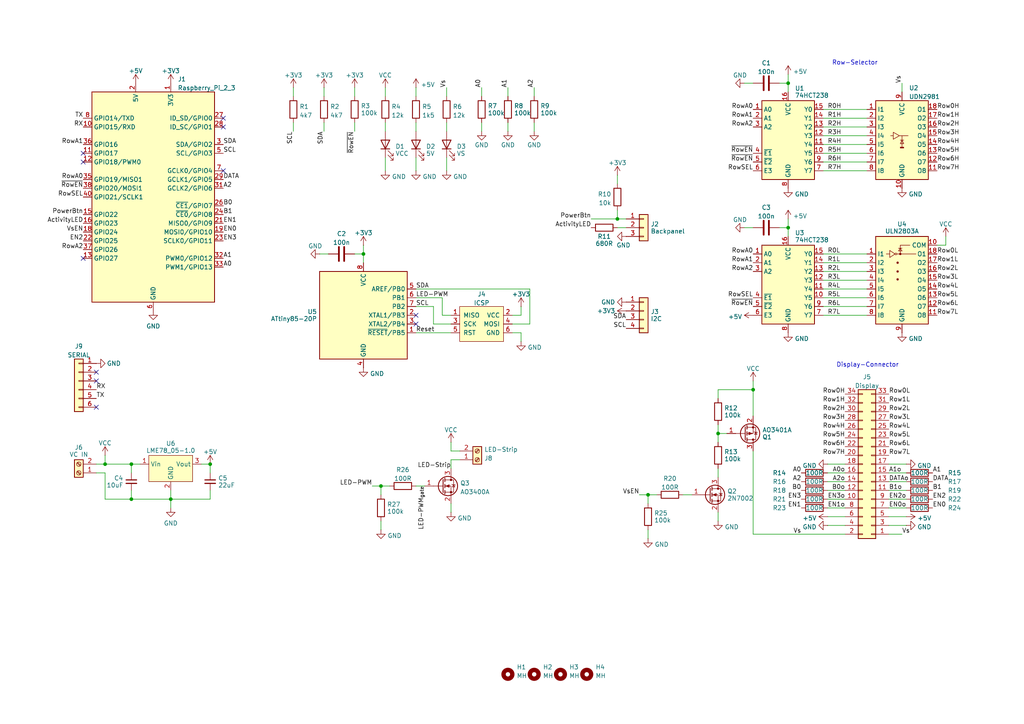
<source format=kicad_sch>
(kicad_sch (version 20231120) (generator "eeschema") (generator_version "8.0")
  (paper "A4")
  (title_block (title "FlipDotController") (date "2022-10-31") (rev "1.1.221031") (company "Qetesh"))
  (junction (at 208.28 125.73))
  (junction (at 110.49 140.97))
  (junction (at 30.48 134.62))
  (junction (at 228.6 24.13))
  (junction (at 187.96 143.51))
  (junction (at 49.53 144.78))
  (junction (at 105.41 73.66))
  (junction (at 179.07 63.5))
  (junction (at 38.1 134.62))
  (junction (at 218.44 113.03))
  (junction (at 228.6 66.04))
  (junction (at 60.96 134.62))
  (junction (at 38.1 144.78))
  (no_connect (at 64.77 36.83))
  (no_connect (at 64.77 49.53))
  (no_connect (at 27.94 118.11))
  (no_connect (at 24.13 44.45))
  (no_connect (at 120.65 93.98))
  (no_connect (at 27.94 107.95))
  (no_connect (at 24.13 74.93))
  (no_connect (at 64.77 34.29))
  (no_connect (at 27.94 110.49))
  (no_connect (at 120.65 91.44))
  (no_connect (at 24.13 46.99))
  (wire (pts (xy 274.32 68.58) (xy 274.32 71.12)))
  (wire (pts (xy 274.32 71.12) (xy 271.78 71.12)))
  (wire (pts (xy 218.44 113.03) (xy 218.44 120.65)))
  (wire (pts (xy 238.76 81.28) (xy 251.46 81.28)))
  (wire (pts (xy 129.54 45.72) (xy 129.54 49.53)))
  (wire (pts (xy 93.98 25.4) (xy 93.98 27.94)))
  (wire (pts (xy 240.03 134.62) (xy 245.11 134.62)))
  (wire (pts (xy 30.48 134.62) (xy 38.1 134.62)))
  (wire (pts (xy 238.76 76.2) (xy 251.46 76.2)))
  (wire (pts (xy 102.87 35.56) (xy 102.87 38.1)))
  (wire (pts (xy 130.81 91.44) (xy 128.27 91.44)))
  (wire (pts (xy 208.28 115.57) (xy 208.28 113.03)))
  (wire (pts (xy 110.49 143.51) (xy 110.49 140.97)))
  (wire (pts (xy 148.59 91.44) (xy 151.13 91.44)))
  (wire (pts (xy 238.76 83.82) (xy 251.46 83.82)))
  (wire (pts (xy 226.06 66.04) (xy 228.6 66.04)))
  (wire (pts (xy 185.42 143.51) (xy 187.96 143.51)))
  (wire (pts (xy 107.95 140.97) (xy 110.49 140.97)))
  (wire (pts (xy 30.48 144.78) (xy 38.1 144.78)))
  (wire (pts (xy 240.03 144.78) (xy 245.11 144.78)))
  (wire (pts (xy 60.96 134.62) (xy 60.96 137.16)))
  (wire (pts (xy 208.28 113.03) (xy 218.44 113.03)))
  (wire (pts (xy 147.32 25.4) (xy 147.32 27.94)))
  (wire (pts (xy 130.81 133.35) (xy 133.35 133.35)))
  (wire (pts (xy 130.81 130.81) (xy 133.35 130.81)))
  (wire (pts (xy 129.54 25.4) (xy 129.54 27.94)))
  (wire (pts (xy 238.76 41.91) (xy 251.46 41.91)))
  (wire (pts (xy 120.65 140.97) (xy 123.19 140.97)))
  (wire (pts (xy 238.76 46.99) (xy 251.46 46.99)))
  (wire (pts (xy 238.76 44.45) (xy 251.46 44.45)))
  (wire (pts (xy 58.42 134.62) (xy 60.96 134.62)))
  (wire (pts (xy 93.98 35.56) (xy 93.98 38.1)))
  (wire (pts (xy 218.44 154.94) (xy 245.11 154.94)))
  (wire (pts (xy 238.76 39.37) (xy 251.46 39.37)))
  (wire (pts (xy 27.94 137.16) (xy 30.48 137.16)))
  (wire (pts (xy 179.07 50.8) (xy 179.07 53.34)))
  (wire (pts (xy 151.13 91.44) (xy 151.13 88.9)))
  (wire (pts (xy 120.65 96.52) (xy 130.81 96.52)))
  (wire (pts (xy 27.94 134.62) (xy 30.48 134.62)))
  (wire (pts (xy 215.9 24.13) (xy 218.44 24.13)))
  (wire (pts (xy 153.67 93.98) (xy 153.67 83.82)))
  (wire (pts (xy 228.6 66.04) (xy 228.6 68.58)))
  (wire (pts (xy 262.89 134.62) (xy 257.81 134.62)))
  (wire (pts (xy 30.48 137.16) (xy 30.48 144.78)))
  (wire (pts (xy 120.65 83.82) (xy 153.67 83.82)))
  (wire (pts (xy 148.59 93.98) (xy 153.67 93.98)))
  (wire (pts (xy 240.03 142.24) (xy 245.11 142.24)))
  (wire (pts (xy 262.89 152.4) (xy 257.81 152.4)))
  (wire (pts (xy 147.32 35.56) (xy 147.32 38.1)))
  (wire (pts (xy 218.44 110.49) (xy 218.44 113.03)))
  (wire (pts (xy 238.76 73.66) (xy 251.46 73.66)))
  (wire (pts (xy 228.6 63.5) (xy 228.6 66.04)))
  (wire (pts (xy 238.76 49.53) (xy 251.46 49.53)))
  (wire (pts (xy 111.76 35.56) (xy 111.76 38.1)))
  (wire (pts (xy 238.76 34.29) (xy 251.46 34.29)))
  (wire (pts (xy 240.03 149.86) (xy 245.11 149.86)))
  (wire (pts (xy 187.96 143.51) (xy 190.5 143.51)))
  (wire (pts (xy 151.13 99.06) (xy 151.13 96.52)))
  (wire (pts (xy 120.65 25.4) (xy 120.65 27.94)))
  (wire (pts (xy 238.76 36.83) (xy 251.46 36.83)))
  (wire (pts (xy 105.41 76.2) (xy 105.41 73.66)))
  (wire (pts (xy 215.9 66.04) (xy 218.44 66.04)))
  (wire (pts (xy 60.96 142.24) (xy 60.96 144.78)))
  (wire (pts (xy 85.09 35.56) (xy 85.09 38.1)))
  (wire (pts (xy 125.73 93.98) (xy 125.73 88.9)))
  (wire (pts (xy 238.76 88.9) (xy 251.46 88.9)))
  (wire (pts (xy 110.49 140.97) (xy 113.03 140.97)))
  (wire (pts (xy 238.76 31.75) (xy 251.46 31.75)))
  (wire (pts (xy 208.28 125.73) (xy 208.28 128.27)))
  (wire (pts (xy 102.87 25.4) (xy 102.87 27.94)))
  (wire (pts (xy 262.89 147.32) (xy 257.81 147.32)))
  (wire (pts (xy 38.1 144.78) (xy 49.53 144.78)))
  (wire (pts (xy 262.89 144.78) (xy 257.81 144.78)))
  (wire (pts (xy 60.96 144.78) (xy 49.53 144.78)))
  (wire (pts (xy 228.6 21.59) (xy 228.6 24.13)))
  (wire (pts (xy 105.41 73.66) (xy 102.87 73.66)))
  (wire (pts (xy 49.53 142.24) (xy 49.53 144.78)))
  (wire (pts (xy 238.76 91.44) (xy 251.46 91.44)))
  (wire (pts (xy 38.1 134.62) (xy 40.64 134.62)))
  (wire (pts (xy 139.7 25.4) (xy 139.7 27.94)))
  (wire (pts (xy 130.81 146.05) (xy 130.81 148.59)))
  (wire (pts (xy 208.28 123.19) (xy 208.28 125.73)))
  (wire (pts (xy 120.65 88.9) (xy 125.73 88.9)))
  (wire (pts (xy 187.96 153.67) (xy 187.96 156.21)))
  (wire (pts (xy 49.53 144.78) (xy 49.53 147.32)))
  (wire (pts (xy 179.07 63.5) (xy 181.61 63.5)))
  (wire (pts (xy 238.76 86.36) (xy 251.46 86.36)))
  (wire (pts (xy 92.71 73.66) (xy 95.25 73.66)))
  (wire (pts (xy 238.76 78.74) (xy 251.46 78.74)))
  (wire (pts (xy 111.76 25.4) (xy 111.76 27.94)))
  (wire (pts (xy 240.03 139.7) (xy 245.11 139.7)))
  (wire (pts (xy 262.89 142.24) (xy 257.81 142.24)))
  (wire (pts (xy 208.28 148.59) (xy 208.28 151.13)))
  (wire (pts (xy 139.7 35.56) (xy 139.7 38.1)))
  (wire (pts (xy 208.28 138.43) (xy 208.28 135.89)))
  (wire (pts (xy 129.54 35.56) (xy 129.54 38.1)))
  (wire (pts (xy 85.09 25.4) (xy 85.09 27.94)))
  (wire (pts (xy 130.81 93.98) (xy 125.73 93.98)))
  (wire (pts (xy 128.27 91.44) (xy 128.27 86.36)))
  (wire (pts (xy 261.62 24.13) (xy 261.62 26.67)))
  (wire (pts (xy 262.89 137.16) (xy 257.81 137.16)))
  (wire (pts (xy 240.03 152.4) (xy 245.11 152.4)))
  (wire (pts (xy 130.81 135.89) (xy 130.81 133.35)))
  (wire (pts (xy 240.03 147.32) (xy 245.11 147.32)))
  (wire (pts (xy 218.44 130.81) (xy 218.44 154.94)))
  (wire (pts (xy 38.1 142.24) (xy 38.1 144.78)))
  (wire (pts (xy 262.89 139.7) (xy 257.81 139.7)))
  (wire (pts (xy 120.65 86.36) (xy 128.27 86.36)))
  (wire (pts (xy 154.94 25.4) (xy 154.94 27.94)))
  (wire (pts (xy 179.07 60.96) (xy 179.07 63.5)))
  (wire (pts (xy 187.96 146.05) (xy 187.96 143.51)))
  (wire (pts (xy 120.65 45.72) (xy 120.65 49.53)))
  (wire (pts (xy 226.06 24.13) (xy 228.6 24.13)))
  (wire (pts (xy 110.49 151.13) (xy 110.49 153.67)))
  (wire (pts (xy 171.45 63.5) (xy 179.07 63.5)))
  (wire (pts (xy 198.12 143.51) (xy 200.66 143.51)))
  (wire (pts (xy 262.89 149.86) (xy 257.81 149.86)))
  (wire (pts (xy 105.41 71.12) (xy 105.41 73.66)))
  (wire (pts (xy 240.03 137.16) (xy 245.11 137.16)))
  (wire (pts (xy 151.13 96.52) (xy 148.59 96.52)))
  (wire (pts (xy 38.1 134.62) (xy 38.1 137.16)))
  (wire (pts (xy 111.76 45.72) (xy 111.76 49.53)))
  (wire (pts (xy 179.07 66.04) (xy 181.61 66.04)))
  (wire (pts (xy 130.81 128.27) (xy 130.81 130.81)))
  (wire (pts (xy 30.48 132.08) (xy 30.48 134.62)))
  (wire (pts (xy 120.65 35.56) (xy 120.65 38.1)))
  (wire (pts (xy 228.6 24.13) (xy 228.6 26.67)))
  (wire (pts (xy 261.62 154.94) (xy 257.81 154.94)))
  (wire (pts (xy 208.28 125.73) (xy 210.82 125.73)))
  (wire (pts (xy 154.94 35.56) (xy 154.94 38.1)))
  (text "Row-Selector" (at 241.3 19.05 0) (effects (font (size 1.27 1.27)) (justify left bottom)))
  (text "Display-Connector" (at 242.57 106.68 0) (effects (font (size 1.27 1.27)) (justify left bottom)))
  (label "Row0L" (at 257.81 114.3 0))
  (label "R0H" (at 240.03 31.75 0))
  (label "TX" (at 24.13 34.29 180))
  (label "RowA1" (at 218.44 76.2 180))
  (label "RowA2" (at 24.13 72.39 180))
  (label "R4H" (at 240.03 41.91 0))
  (label "Row4H" (at 271.78 41.91 0))
  (label "R4L" (at 240.03 83.82 0))
  (label "R5L" (at 240.03 86.36 0))
  (label "Row3H" (at 271.78 39.37 0))
  (label "A2" (at 64.77 54.61 0))
  (label "SCL" (at 181.61 95.25 180))
  (label "Row0H" (at 271.78 31.75 0))
  (label "Row2H" (at 271.78 36.83 0))
  (label "Vs" (at 232.41 154.94 180))
  (label "RowSEL" (at 218.44 49.53 180))
  (label "B0" (at 64.77 59.69 0))
  (label "~{RowEN}" (at 218.44 44.45 180))
  (label "TX" (at 27.94 115.57 0))
  (label "Reset" (at 120.65 96.52 0))
  (label "A2" (at 154.94 25.4 90))
  (label "Row3H" (at 245.11 121.92 180))
  (label "Row7L" (at 271.78 91.44 0))
  (label "R3H" (at 240.03 39.37 0))
  (label "R6L" (at 240.03 88.9 0))
  (label "EN3o" (at 245.11 144.78 180))
  (label "SCL" (at 120.65 88.9 0))
  (label "ActivityLED" (at 24.13 64.77 180))
  (label "LED-Strip" (at 130.81 135.89 180))
  (label "EN2" (at 24.13 69.85 180))
  (label "R7H" (at 240.03 49.53 0))
  (label "EN0" (at 64.77 67.31 0))
  (label "Row1H" (at 245.11 116.84 180))
  (label "Row4H" (at 245.11 124.46 180))
  (label "Row4L" (at 271.78 83.82 0))
  (label "Row5L" (at 271.78 86.36 0))
  (label "SDA" (at 120.65 83.82 0))
  (label "Vs" (at -21.59 176.53 270))
  (label "SDA" (at 93.98 38.1 270))
  (label "A0" (at 232.41 137.16 180))
  (label "RX" (at 24.13 36.83 180))
  (label "VsEN" (at 24.13 67.31 180))
  (label "Row0L" (at 271.78 73.66 0))
  (label "Row2L" (at 271.78 78.74 0))
  (label "Row7H" (at 271.78 49.53 0))
  (label "R2L" (at 240.03 78.74 0))
  (label "RowA0" (at 24.13 52.07 180))
  (label "B0" (at 232.41 142.24 180))
  (label "RowA2" (at 218.44 78.74 180))
  (label "Row6L" (at 257.81 129.54 0))
  (label "A0" (at 64.77 77.47 0))
  (label "Row1L" (at 257.81 116.84 0))
  (label "RowA1" (at 24.13 41.91 180))
  (label "R3L" (at 240.03 81.28 0))
  (label "A1" (at 270.51 137.16 0))
  (label "R0L" (at 240.03 73.66 0))
  (label "Row7L" (at 257.81 132.08 0))
  (label "Row2H" (at 245.11 119.38 180))
  (label "Row0H" (at 245.11 114.3 180))
  (label "A1o" (at 257.81 137.16 0))
  (label "~{RowEN}" (at 218.44 88.9 180))
  (label "Row7H" (at 245.11 132.08 180))
  (label "RowA0" (at 218.44 73.66 180))
  (label "R2H" (at 240.03 36.83 0))
  (label "~{RowEN}" (at 102.87 38.1 270))
  (label "Vs" (at 261.62 154.94 0))
  (label "Vs" (at 261.62 24.13 90))
  (label "EN3" (at 232.41 144.78 180))
  (label "A2o" (at 245.11 139.7 180))
  (label "R6H" (at 240.03 46.99 0))
  (label "EN1" (at 232.41 147.32 180))
  (label "EN0o" (at 257.81 147.32 0))
  (label "Row5H" (at 245.11 127 180))
  (label "~{RowEN}" (at 218.44 46.99 180))
  (label "RowSEL" (at 218.44 86.36 180))
  (label "RowA0" (at 218.44 31.75 180))
  (label "A1" (at 64.77 74.93 0))
  (label "A1" (at 147.32 25.4 90))
  (label "R7L" (at 240.03 91.44 0))
  (label "SCL" (at 64.77 44.45 0))
  (label "RX" (at 27.94 113.03 0))
  (label "Row1H" (at 271.78 34.29 0))
  (label "Vs" (at 129.54 25.4 90))
  (label "A0" (at 139.7 25.4 90))
  (label "DATAo" (at 257.81 139.7 0))
  (label "LED-PWM" (at 107.95 140.97 180))
  (label "A0o" (at 245.11 137.16 180))
  (label "Row1L" (at 271.78 76.2 0))
  (label "RowA1" (at 218.44 34.29 180))
  (label "RowSEL" (at 24.13 57.15 180))
  (label "Row6H" (at 245.11 129.54 180))
  (label "Row2L" (at 257.81 119.38 0))
  (label "B1" (at 270.51 142.24 0))
  (label "Row5H" (at 271.78 44.45 0))
  (label "PowerBtn" (at 171.45 63.5 180))
  (label "LED-PWM_{gate}" (at 123.19 140.97 270))
  (label "A2" (at 232.41 139.7 180))
  (label "B0o" (at 245.11 142.24 180))
  (label "EN3" (at 64.77 69.85 0))
  (label "Row3L" (at 257.81 121.92 0))
  (label "EN0" (at 270.51 147.32 0))
  (label "RowA2" (at 218.44 36.83 180))
  (label "Row3L" (at 271.78 81.28 0))
  (label "EN1" (at 64.77 64.77 0))
  (label "R1H" (at 240.03 34.29 0))
  (label "EN1o" (at 245.11 147.32 180))
  (label "EN2o" (at 257.81 144.78 0))
  (label "DATA" (at 64.77 52.07 0))
  (label "VsEN" (at 185.42 143.51 180))
  (label "Row6L" (at 271.78 88.9 0))
  (label "DATA" (at 270.51 139.7 0))
  (label "Row5L" (at 257.81 127 0))
  (label "R1L" (at 240.03 76.2 0))
  (label "SDA" (at 64.77 41.91 0))
  (label "SCL" (at 85.09 38.1 270))
  (label "Row4L" (at 257.81 124.46 0))
  (label "EN2" (at 270.51 144.78 0))
  (label "B1o" (at 257.81 142.24 0))
  (label "~{RowEN}" (at 24.13 54.61 180))
  (label "B1" (at 64.77 62.23 0))
  (label "SDA" (at 181.61 92.71 180))
  (label "LED-PWM" (at 120.65 86.36 0))
  (label "Row6H" (at 271.78 46.99 0))
  (label "ActivityLED" (at 171.45 66.04 180))
  (label "R5H" (at 240.03 44.45 0))
  (label "PowerBtn" (at 24.13 62.23 180))
  (symbol (lib_id "Transistor_Array:ULN2803A") (at 261.62 78.74 0) (unit 1)
    (property "Reference" "U4" (at 261.62 65 0))
    (property "Value" "ULN2803A" (at 261.62 67.048 0))
    (property "Footprint" "Package_DIP:DIP-18_W7.62mm_Socket" (effects (hide yes)))
    (property "Datasheet" "http://www.ti.com/lit/ds/symlink/uln2803a.pdf" (effects (hide yes)))
    (property "LCSC" "C2874011" (effects (hide yes)))
  )
  (symbol (lib_id "Device:R") (at 110.49 147.32 0) (unit 1)
    (property "Reference" "R27" (at 112.268 146.296 0) (effects (justify left)))
    (property "Value" "100k" (at 112.268 148.344 0) (effects (justify left)))
    (property "Footprint" "Resistor_SMD:R_0402_1005Metric" (effects (hide yes)))
    (property "LCSC" "C25741" (effects (hide yes)))
  )
  (symbol (lib_id "Mechanical:MountingHole") (at 147.32 195.58 0) (unit 1)
    (property "Reference" "H1" (at 149.86 193.4753 0) (effects (justify left)))
    (property "Value" "MH" (at 149.86 196.0122 0) (effects (justify left)))
    (property "Footprint" "MountingHole:MountingHole_3.2mm_M3_Pad_Via" (effects (hide yes)))
  )
  (symbol (lib_id "74xx:74HC238") (at 228.6 41.91 0) (unit 1)
    (property "Reference" "U1" (at 230.5559 25.63 0) (effects (justify left)))
    (property "Value" "74HCT238" (at 230.5559 27.678 0) (effects (justify left)))
    (property "Footprint" "Package_DIP:DIP-16_W7.62mm_Socket" (effects (hide yes)))
    (property "Datasheet" "https://www.ti.com/lit/ds/symlink/cd74hc238.pdf" (effects (hide yes)))
    (property "LCSC" "C2874010" (effects (hide yes)))
  )
  (symbol (lib_id "Device:R") (at 154.94 31.75 0) (unit 1)
    (property "Reference" "R9" (at 156.718 30.726 0) (effects (justify left)))
    (property "Value" "100k" (at 156.718 32.774 0) (effects (justify left)))
    (property "Footprint" "Resistor_SMD:R_0402_1005Metric" (effects (hide yes)))
    (property "LCSC" "C25741" (effects (hide yes)))
  )
  (symbol (lib_id "Device:R") (at 139.7 31.75 0) (unit 1)
    (property "Reference" "R7" (at 141.478 30.726 0) (effects (justify left)))
    (property "Value" "100k" (at 141.478 32.774 0) (effects (justify left)))
    (property "Footprint" "Resistor_SMD:R_0402_1005Metric" (effects (hide yes)))
    (property "LCSC" "C25741" (effects (hide yes)))
  )
  (symbol (lib_id "Transistor_FET:2N7002") (at 205.74 143.51 0) (unit 1)
    (property "Reference" "Q2" (at 210.947 142.486 0) (effects (justify left)))
    (property "Value" "2N7002" (at 210.947 144.534 0) (effects (justify left)))
    (property "Footprint" "Package_TO_SOT_SMD:SOT-23" (effects (hide yes)))
    (property "Datasheet" "https://www.onsemi.com/pub/Collateral/NDS7002A-D.PDF" (effects (hide yes)))
    (property "LCSC" "C8545" (effects (hide yes)))
  )
  (symbol (lib_id "My_Symbols:ICSP") (at 139.7 87.63 0) (unit 1)
    (property "Reference" "J4" (at 139.7 85.3272 0))
    (property "Value" "ICSP" (at 139.7 87.8641 0))
    (property "Footprint" "Connector_PinHeader_2.54mm:PinHeader_2x03_P2.54mm_Vertical" (effects (hide yes)))
  )
  (symbol (lib_id "power:GND") (at 49.53 147.32 0) (unit 1)
    (property "Reference" "#PWR048" (effects (hide yes)))
    (property "Value" "GND" (at 49.53 151.7634 0))
  )
  (symbol (lib_id "power:GND") (at 110.49 153.67 0) (unit 1)
    (property "Reference" "#PWR063" (effects (hide yes)))
    (property "Value" "GND" (at 112.395 155.3738 0) (effects (justify left)))
  )
  (symbol (lib_id "Device:R") (at 116.84 140.97 90) (unit 1)
    (property "Reference" "R26" (at 116.84 136.2542 90))
    (property "Value" "100R" (at 116.84 138.7911 90))
    (property "Footprint" "Resistor_SMD:R_0402_1005Metric" (effects (hide yes)))
    (property "LCSC" "C25076" (effects (hide yes)))
  )
  (symbol (lib_id "Device:R") (at 102.87 31.75 0) (unit 1)
    (property "Reference" "R3" (at 104.648 30.726 0) (effects (justify left)))
    (property "Value" "100k" (at 104.648 32.774 0) (effects (justify left)))
    (property "Footprint" "Resistor_SMD:R_0402_1005Metric" (effects (hide yes)))
    (property "LCSC" "C25741" (effects (hide yes)))
  )
  (symbol (lib_id "MCU_Microchip_ATtiny:ATtiny85-20P") (at 105.41 91.44 0) (unit 1)
    (property "Reference" "U5" (at 91.9481 90.416 0) (effects (justify right)))
    (property "Value" "ATtiny85-20P" (at 91.9481 92.464 0) (effects (justify right)))
    (property "Footprint" "Package_DIP:DIP-8_W7.62mm_Socket" (effects (hide yes)))
    (property "Datasheet" "http://ww1.microchip.com/downloads/en/DeviceDoc/atmel-2586-avr-8-bit-microcontroller-attiny25-attiny45-attiny85_datasheet.pdf" (effects (hide yes)))
    (property "LCSC" "C2874007" (effects (hide yes)))
  )
  (symbol (lib_id "Device:C_Small") (at 60.96 139.7 0) (unit 1)
    (property "Reference" "C5" (at 63.2841 138.6823 0) (effects (justify left)))
    (property "Value" "22uF" (at 63.2841 140.7303 0) (effects (justify left)))
    (property "Footprint" "Capacitor_SMD:C_0805_2012Metric" (effects (hide yes)))
    (property "LCSC" "C45783" (effects (hide yes)))
  )
  (symbol (lib_id "power:VCC") (at 30.48 132.08 0) (unit 1)
    (property "Reference" "#PWR044" (effects (hide yes)))
    (property "Value" "VCC" (at 30.48 128.5042 0))
  )
  (symbol (lib_id "Device:R") (at 266.7 147.32 270) (mirror x) (unit 1)
    (property "Reference" "R24" (at 276.86 147.32 90))
    (property "Value" "100R" (at 266.7 147.32 90))
    (property "Footprint" "Resistor_SMD:R_0402_1005Metric" (effects (hide yes)))
    (property "LCSC" "C25076" (effects (hide yes)))
  )
  (symbol (lib_id "74xx:74HC238") (at 228.6 83.82 0) (unit 1)
    (property "Reference" "U3" (at 230.5559 67.54 0) (effects (justify left)))
    (property "Value" "74HCT238" (at 230.5559 69.588 0) (effects (justify left)))
    (property "Footprint" "Package_DIP:DIP-16_W7.62mm_Socket" (effects (hide yes)))
    (property "Datasheet" "https://www.ti.com/lit/ds/symlink/cd74hc238.pdf" (effects (hide yes)))
    (property "LCSC" "C2874010" (effects (hide yes)))
  )
  (symbol (lib_id "power:VCC") (at 274.32 68.58 0) (unit 1)
    (property "Reference" "#PWR027" (effects (hide yes)))
    (property "Value" "VCC" (at 274.32 65.0042 0))
  )
  (symbol (lib_id "Transistor_FET:AO3401A") (at 215.9 125.73 0) (mirror x) (unit 1)
    (property "Reference" "Q1" (at 221.107 126.754 0) (effects (justify left)))
    (property "Value" "AO3401A" (at 221.107 124.706 0) (effects (justify left)))
    (property "Footprint" "Package_TO_SOT_SMD:SOT-23" (effects (hide yes)))
    (property "Datasheet" "http://www.aosmd.com/pdfs/datasheet/AO3401A.pdf" (effects (hide yes)))
    (property "LCSC" "C15127" (effects (hide yes)))
  )
  (symbol (lib_id "Device:C") (at 222.25 24.13 90) (unit 1)
    (property "Reference" "C1" (at 222.25 18.2712 90))
    (property "Value" "100n" (at 222.25 20.8081 90))
    (property "Footprint" "Capacitor_SMD:C_0402_1005Metric" (effects (hide yes)))
    (property "LCSC" "C307331" (effects (hide yes)))
  )
  (symbol (lib_id "power:GND") (at 151.13 99.06 0) (unit 1)
    (property "Reference" "#PWR030" (effects (hide yes)))
    (property "Value" "GND" (at 153.035 100.7638 0) (effects (justify left)))
  )
  (symbol (lib_id "Device:R") (at 236.22 139.7 90) (unit 1)
    (property "Reference" "R16" (at 226.06 139.7 90))
    (property "Value" "100R" (at 236.22 139.7 90))
    (property "Footprint" "Resistor_SMD:R_0402_1005Metric" (effects (hide yes)))
    (property "LCSC" "C25076" (effects (hide yes)))
  )
  (symbol (lib_id "power:GND") (at 215.9 24.13 270) (unit 1)
    (property "Reference" "#PWR06" (effects (hide yes)))
    (property "Value" "GND" (at 214.63 21.8242 90))
  )
  (symbol (lib_id "power:GND") (at 181.61 87.63 270) (unit 1)
    (property "Reference" "#PWR026" (effects (hide yes)))
    (property "Value" "GND" (at 178.4351 87.63 90) (effects (justify right)))
  )
  (symbol (lib_id "Device:R") (at 236.22 147.32 90) (unit 1)
    (property "Reference" "R23" (at 226.06 147.32 90))
    (property "Value" "100R" (at 236.22 147.32 90))
    (property "Footprint" "Resistor_SMD:R_0402_1005Metric" (effects (hide yes)))
    (property "LCSC" "C25076" (effects (hide yes)))
  )
  (symbol (lib_id "Device:R") (at 129.54 31.75 0) (unit 1)
    (property "Reference" "R6" (at 131.318 30.9153 0) (effects (justify left)))
    (property "Value" "12k" (at 131.318 33.4522 0) (effects (justify left)))
    (property "Footprint" "Resistor_SMD:R_0603_1608Metric" (effects (hide yes)))
    (property "LCSC" "C22790" (effects (hide yes)))
  )
  (symbol (lib_id "Device:C") (at 222.25 66.04 90) (unit 1)
    (property "Reference" "C3" (at 222.25 60.1812 90))
    (property "Value" "100n" (at 222.25 62.7181 90))
    (property "Footprint" "Capacitor_SMD:C_0402_1005Metric" (effects (hide yes)))
    (property "LCSC" "C307331" (effects (hide yes)))
  )
  (symbol (lib_id "Device:R") (at 236.22 142.24 90) (unit 1)
    (property "Reference" "R18" (at 226.06 142.24 90))
    (property "Value" "100R" (at 236.22 142.24 90))
    (property "Footprint" "Resistor_SMD:R_0402_1005Metric" (effects (hide yes)))
    (property "LCSC" "C25076" (effects (hide yes)))
  )
  (symbol (lib_id "Device:R") (at 266.7 139.7 270) (mirror x) (unit 1)
    (property "Reference" "R17" (at 276.86 139.7 90))
    (property "Value" "100R" (at 266.7 139.7 90))
    (property "Footprint" "Resistor_SMD:R_0402_1005Metric" (effects (hide yes)))
    (property "LCSC" "C25076" (effects (hide yes)))
  )
  (symbol (lib_id "Transistor_FET:AO3400A") (at 128.27 140.97 0) (unit 1)
    (property "Reference" "Q3" (at 133.477 140.1353 0) (effects (justify left)))
    (property "Value" "AO3400A" (at 133.477 142.6722 0) (effects (justify left)))
    (property "Footprint" "Package_TO_SOT_SMD:SOT-23" (effects (hide yes)))
    (property "Datasheet" "http://www.aosmd.com/pdfs/datasheet/AO3400A.pdf" (effects (hide yes)))
    (property "LCSC" "C20917" (effects (hide yes)))
  )
  (symbol (lib_id "power:PWR_FLAG") (at -11.43 176.53 0) (unit 1)
    (property "Reference" "#FLG04" (effects (hide yes)))
    (property "Value" "PWR_FLAG" (at -11.43 172.9542 0))
  )
  (symbol (lib_id "power:GND") (at 261.62 54.61 0) (unit 1)
    (property "Reference" "#PWR020" (effects (hide yes)))
    (property "Value" "GND" (at 263.525 56.3138 0) (effects (justify left)))
  )
  (symbol (lib_id "Device:C_Small") (at 38.1 139.7 0) (unit 1)
    (property "Reference" "C4" (at 35.7759 138.6823 0) (effects (justify right)))
    (property "Value" "10uF" (at 35.7759 140.7303 0) (effects (justify right)))
    (property "Footprint" "Capacitor_SMD:C_1206_3216Metric" (effects (hide yes)))
    (property "LCSC" "C13585" (effects (hide yes)))
  )
  (symbol (lib_id "power:+3V3") (at 151.13 88.9 0) (unit 1)
    (property "Reference" "#PWR029" (effects (hide yes)))
    (property "Value" "+3V3" (at 151.13 85.3242 0))
  )
  (symbol (lib_id "Connector_Generic:Conn_01x04") (at 186.69 90.17 0) (unit 1)
    (property "Reference" "J3" (at 188.722 90.416 0) (effects (justify left)))
    (property "Value" "I2C" (at 188.722 92.464 0) (effects (justify left)))
    (property "Footprint" "Connector_JST:JST_PH_B4B-PH-K_1x04_P2.00mm_Vertical" (effects (hide yes)))
  )
  (symbol (lib_id "Device:R") (at 236.22 137.16 90) (unit 1)
    (property "Reference" "R14" (at 226.06 137.16 90))
    (property "Value" "100R" (at 236.22 137.16 90))
    (property "Footprint" "Resistor_SMD:R_0402_1005Metric" (effects (hide yes)))
    (property "LCSC" "C25076" (effects (hide yes)))
  )
  (symbol (lib_id "My_Symbols:LME78") (at 49.53 130.81 0) (unit 1)
    (property "Reference" "U6" (at 49.53 128.627 0))
    (property "Value" "LME78_05-1.0" (at 49.53 130.675 0))
    (property "Footprint" "My_Footprints:LME78_1.0-Series" (effects (hide yes)))
    (property "Datasheet" "https://cdn-reichelt.de/documents/datenblatt/D400/LME78_10_DS_EN.pdf" (effects (hide yes)))
  )
  (symbol (lib_id "power:GND") (at 111.76 49.53 0) (unit 1)
    (property "Reference" "#PWR016" (effects (hide yes)))
    (property "Value" "GND" (at 113.665 51.2338 0) (effects (justify left)))
  )
  (symbol (lib_id "power:+3V3") (at 181.61 90.17 90) (unit 1)
    (property "Reference" "#PWR028" (effects (hide yes)))
    (property "Value" "+3V3" (at 178.435 90.17 90) (effects (justify left)))
  )
  (symbol (lib_id "power:GND") (at 240.03 134.62 270) (unit 1)
    (property "Reference" "#PWR046" (effects (hide yes)))
    (property "Value" "GND" (at 236.8551 135.0538 90) (effects (justify right)))
  )
  (symbol (lib_id "power:VCC") (at -31.75 176.53 180) (unit 1)
    (property "Reference" "#PWR059" (effects (hide yes)))
    (property "Value" "VCC" (at -30.353 178.2338 0) (effects (justify right)))
  )
  (symbol (lib_id "power:+3V3") (at 179.07 50.8 0) (unit 1)
    (property "Reference" "#PWR015" (effects (hide yes)))
    (property "Value" "+3V3" (at 179.07 47.2242 0))
  )
  (symbol (lib_id "power:GND") (at -41.91 176.53 0) (unit 1)
    (property "Reference" "#PWR058" (effects (hide yes)))
    (property "Value" "GND" (at -41.91 180.9734 0))
  )
  (symbol (lib_id "Device:R") (at 208.28 132.08 0) (unit 1)
    (property "Reference" "R13" (at 210.058 131.056 0) (effects (justify left)))
    (property "Value" "100k" (at 210.058 133.104 0) (effects (justify left)))
    (property "Footprint" "Resistor_SMD:R_0402_1005Metric" (effects (hide yes)))
    (property "LCSC" "C25741" (effects (hide yes)))
  )
  (symbol (lib_id "power:VCC") (at 111.76 25.4 0) (unit 1)
    (property "Reference" "#PWR010" (effects (hide yes)))
    (property "Value" "VCC" (at 111.76 21.8242 0))
  )
  (symbol (lib_id "power:GND") (at 261.62 96.52 0) (unit 1)
    (property "Reference" "#PWR042" (effects (hide yes)))
    (property "Value" "GND" (at 263.525 98.2238 0) (effects (justify left)))
  )
  (symbol (lib_id "power:GND") (at 240.03 152.4 270) (unit 1)
    (property "Reference" "#PWR052" (effects (hide yes)))
    (property "Value" "GND" (at 236.8551 152.8338 90) (effects (justify right)))
  )
  (symbol (lib_id "Transistor_Array:TBD62783A") (at 261.62 39.37 0) (unit 1)
    (property "Reference" "U2" (at 263.6394 25.5102 0) (effects (justify left)))
    (property "Value" "UDN2981" (at 263.6394 28.0471 0) (effects (justify left)))
    (property "Footprint" "Package_DIP:DIP-18_W7.62mm_Socket" (effects (hide yes)))
    (property "Datasheet" "http://toshiba.semicon-storage.com/info/docget.jsp?did=30523&prodName=TBD62783APG" (effects (hide yes)))
    (property "LCSC" "C2874011" (effects (hide yes)))
  )
  (symbol (lib_id "power:GND") (at 105.41 106.68 0) (unit 1)
    (property "Reference" "#PWR040" (effects (hide yes)))
    (property "Value" "GND" (at 107.315 108.3838 0) (effects (justify left)))
  )
  (symbol (lib_id "power:GND") (at 92.71 73.66 270) (unit 1)
    (property "Reference" "#PWR023" (effects (hide yes)))
    (property "Value" "GND" (at 91.44 71.3542 90))
  )
  (symbol (lib_id "power:+5V") (at 262.89 149.86 270) (unit 1)
    (property "Reference" "#PWR050" (effects (hide yes)))
    (property "Value" "+5V" (at 266.065 150.2938 90) (effects (justify left)))
  )
  (symbol (lib_id "power:GND") (at 154.94 38.1 0) (unit 1)
    (property "Reference" "#PWR014" (effects (hide yes)))
    (property "Value" "GND" (at 154.94 42.045 0))
  )
  (symbol (lib_id "Connector_Generic:Conn_01x06") (at 22.86 110.49 0) (mirror y) (unit 1)
    (property "Reference" "J9" (at 22.86 100.4402 0))
    (property "Value" "SERIAL" (at 22.86 102.9771 0))
    (property "Footprint" "Connector_PinSocket_2.54mm:PinSocket_1x06_P2.54mm_Vertical" (effects (hide yes)))
  )
  (symbol (lib_id "Device:C") (at 99.06 73.66 90) (unit 1)
    (property "Reference" "C2" (at 99.06 67.8012 90))
    (property "Value" "100n" (at 99.06 70.3381 90))
    (property "Footprint" "Capacitor_SMD:C_0402_1005Metric" (effects (hide yes)))
    (property "LCSC" "C307331" (effects (hide yes)))
  )
  (symbol (lib_id "power:+3V3") (at 85.09 25.4 0) (unit 1)
    (property "Reference" "#PWR07" (effects (hide yes)))
    (property "Value" "+3V3" (at 85.09 21.8242 0))
  )
  (symbol (lib_id "Device:R") (at 266.7 137.16 270) (mirror x) (unit 1)
    (property "Reference" "R15" (at 276.86 137.16 90))
    (property "Value" "100R" (at 266.7 137.16 90))
    (property "Footprint" "Resistor_SMD:R_0402_1005Metric" (effects (hide yes)))
    (property "LCSC" "C25076" (effects (hide yes)))
  )
  (symbol (lib_id "power:GND") (at 215.9 66.04 270) (unit 1)
    (property "Reference" "#PWR025" (effects (hide yes)))
    (property "Value" "GND" (at 214.63 63.7342 90))
  )
  (symbol (lib_id "Device:R") (at 236.22 144.78 90) (unit 1)
    (property "Reference" "R21" (at 226.06 144.78 90))
    (property "Value" "100R" (at 236.22 144.78 90))
    (property "Footprint" "Resistor_SMD:R_0402_1005Metric" (effects (hide yes)))
    (property "LCSC" "C25076" (effects (hide yes)))
  )
  (symbol (lib_id "Device:R") (at 120.65 31.75 0) (unit 1)
    (property "Reference" "R5" (at 122.428 30.9153 0) (effects (justify left)))
    (property "Value" "1k5" (at 122.428 33.4522 0) (effects (justify left)))
    (property "Footprint" "Resistor_SMD:R_0603_1608Metric" (effects (hide yes)))
    (property "LCSC" "C22843" (effects (hide yes)))
  )
  (symbol (lib_id "power:VCC") (at 218.44 110.49 0) (unit 1)
    (property "Reference" "#PWR043" (effects (hide yes)))
    (property "Value" "VCC" (at 218.44 106.9142 0))
  )
  (symbol (lib_id "power:GND") (at 147.32 38.1 0) (unit 1)
    (property "Reference" "#PWR013" (effects (hide yes)))
    (property "Value" "GND" (at 147.32 42.045 0))
  )
  (symbol (lib_id "power:GND") (at 120.65 49.53 0) (unit 1)
    (property "Reference" "#PWR017" (effects (hide yes)))
    (property "Value" "GND" (at 122.555 51.2338 0) (effects (justify left)))
  )
  (symbol (lib_id "Device:R") (at 266.7 144.78 270) (mirror x) (unit 1)
    (property "Reference" "R22" (at 276.86 144.78 90))
    (property "Value" "100R" (at 266.7 144.78 90))
    (property "Footprint" "Resistor_SMD:R_0402_1005Metric" (effects (hide yes)))
    (property "LCSC" "C25076" (effects (hide yes)))
  )
  (symbol (lib_id "Device:LED") (at 129.54 41.91 90) (unit 1)
    (property "Reference" "D3" (at 132.461 42.4735 90) (effects (justify right)))
    (property "Value" "VS" (at 132.461 44.5215 90) (effects (justify right)))
    (property "Footprint" "LED_SMD:LED_0603_1608Metric" (effects (hide yes)))
    (property "LCSC" "C72038" (effects (hide yes)))
  )
  (symbol (lib_id "Device:LED") (at 111.76 41.91 90) (unit 1)
    (property "Reference" "D1" (at 114.681 42.4735 90) (effects (justify right)))
    (property "Value" "VCC" (at 114.681 44.5215 90) (effects (justify right)))
    (property "Footprint" "LED_SMD:LED_0603_1608Metric" (effects (hide yes)))
    (property "LCSC" "C72038" (effects (hide yes)))
  )
  (symbol (lib_id "Device:R") (at 111.76 31.75 0) (unit 1)
    (property "Reference" "R4" (at 113.538 30.9153 0) (effects (justify left)))
    (property "Value" "12k" (at 113.538 33.4522 0) (effects (justify left)))
    (property "Footprint" "Resistor_SMD:R_0603_1608Metric" (effects (hide yes)))
    (property "LCSC" "C22790" (effects (hide yes)))
  )
  (symbol (lib_id "Device:R") (at 266.7 142.24 270) (mirror x) (unit 1)
    (property "Reference" "R19" (at 276.86 142.24 90))
    (property "Value" "100R" (at 266.7 142.24 90))
    (property "Footprint" "Resistor_SMD:R_0402_1005Metric" (effects (hide yes)))
    (property "LCSC" "C25076" (effects (hide yes)))
  )
  (symbol (lib_id "Device:R") (at 194.31 143.51 90) (unit 1)
    (property "Reference" "R20" (at 194.31 138.7942 90))
    (property "Value" "100R" (at 194.31 141.3311 90))
    (property "Footprint" "Resistor_SMD:R_0402_1005Metric" (effects (hide yes)))
    (property "LCSC" "C25076" (effects (hide yes)))
  )
  (symbol (lib_id "power:VCC") (at 130.81 128.27 0) (unit 1)
    (property "Reference" "#PWR057" (effects (hide yes)))
    (property "Value" "VCC" (at 130.81 124.6942 0))
  )
  (symbol (lib_id "power:GND") (at 228.6 54.61 0) (unit 1)
    (property "Reference" "#PWR019" (effects (hide yes)))
    (property "Value" "GND" (at 230.505 56.3138 0) (effects (justify left)))
  )
  (symbol (lib_id "Connector:Screw_Terminal_01x02") (at 138.43 133.35 0) (mirror x) (unit 1)
    (property "Reference" "J8" (at 140.462 132.9147 0) (effects (justify left)))
    (property "Value" "LED-Strip" (at 140.462 130.3778 0) (effects (justify left)))
    (property "Footprint" "My_Footprints:CTB9352-2" (effects (hide yes)))
  )
  (symbol (lib_id "Device:R") (at 208.28 119.38 0) (unit 1)
    (property "Reference" "R12" (at 210.058 118.356 0) (effects (justify left)))
    (property "Value" "100k" (at 210.058 120.404 0) (effects (justify left)))
    (property "Footprint" "Resistor_SMD:R_0402_1005Metric" (effects (hide yes)))
    (property "LCSC" "C25741" (effects (hide yes)))
  )
  (symbol (lib_id "Device:R") (at 147.32 31.75 0) (unit 1)
    (property "Reference" "R8" (at 149.098 30.726 0) (effects (justify left)))
    (property "Value" "100k" (at 149.098 32.774 0) (effects (justify left)))
    (property "Footprint" "Resistor_SMD:R_0402_1005Metric" (effects (hide yes)))
    (property "LCSC" "C25741" (effects (hide yes)))
  )
  (symbol (lib_id "power:+5V") (at 120.65 25.4 0) (unit 1)
    (property "Reference" "#PWR011" (effects (hide yes)))
    (property "Value" "+5V" (at 122.047 24.5638 0) (effects (justify left)))
  )
  (symbol (lib_id "power:GND") (at 129.54 49.53 0) (unit 1)
    (property "Reference" "#PWR018" (effects (hide yes)))
    (property "Value" "GND" (at 131.445 51.2338 0) (effects (justify left)))
  )
  (symbol (lib_id "power:GND") (at 130.81 148.59 0) (unit 1)
    (property "Reference" "#PWR062" (effects (hide yes)))
    (property "Value" "GND" (at 132.715 150.2938 0) (effects (justify left)))
  )
  (symbol (lib_id "Connector_Generic:Conn_01x03") (at 186.69 66.04 0) (unit 1)
    (property "Reference" "J2" (at 188.722 65.016 0) (effects (justify left)))
    (property "Value" "Backpanel" (at 188.722 67.064 0) (effects (justify left)))
    (property "Footprint" "Connector_JST:JST_PH_B3B-PH-K_1x03_P2.00mm_Vertical" (effects (hide yes)))
    (property "LCSC" "C5359600" (effects (hide yes)))
  )
  (symbol (lib_id "Mechanical:MountingHole") (at 162.56 195.58 0) (unit 1)
    (property "Reference" "H3" (at 165.1 193.4753 0) (effects (justify left)))
    (property "Value" "MH" (at 165.1 196.0122 0) (effects (justify left)))
    (property "Footprint" "My_Footprints:Half_MountingHole_3.2mm_M3_Pad_NPTH" (effects (hide yes)))
  )
  (symbol (lib_id "Device:R") (at 175.26 66.04 90) (unit 1)
    (property "Reference" "R11" (at 175.26 68.588 90))
    (property "Value" "680R" (at 175.26 70.636 90))
    (property "Footprint" "Resistor_SMD:R_0603_1608Metric" (effects (hide yes)))
    (property "LCSC" "C23228" (effects (hide yes)))
  )
  (symbol (lib_id "power:GND") (at 27.94 105.41 90) (mirror x) (unit 1)
    (property "Reference" "#PWR061" (effects (hide yes)))
    (property "Value" "GND" (at 33.02 105.41 90))
  )
  (symbol (lib_id "power:PWR_FLAG") (at -31.75 176.53 0) (unit 1)
    (property "Reference" "#FLG02" (effects (hide yes)))
    (property "Value" "PWR_FLAG" (at -31.75 172.9542 0))
  )
  (symbol (lib_id "Connector_Generic:Conn_02x17_Odd_Even") (at 252.73 134.62 180) (unit 1)
    (property "Reference" "J5" (at 251.46 109.3302 0))
    (property "Value" "Display" (at 251.46 111.8671 0))
    (property "Footprint" "Connector_IDC:IDC-Header_2x17_P2.54mm_Vertical" (effects (hide yes)))
  )
  (symbol (lib_id "Mechanical:MountingHole") (at 154.94 195.58 0) (unit 1)
    (property "Reference" "H2" (at 157.48 193.4753 0) (effects (justify left)))
    (property "Value" "MH" (at 157.48 196.0122 0) (effects (justify left)))
    (property "Footprint" "My_Footprints:Half_MountingHole_3.2mm_M3_Pad_NPTH" (effects (hide yes)))
  )
  (symbol (lib_id "power:+5V") (at 228.6 21.59 0) (unit 1)
    (property "Reference" "#PWR01" (effects (hide yes)))
    (property "Value" "+5V" (at 229.997 20.7538 0) (effects (justify left)))
  )
  (symbol (lib_id "power:GND") (at 44.45 90.17 0) (unit 1)
    (property "Reference" "#PWR035" (effects (hide yes)))
    (property "Value" "GND" (at 44.45 94.6134 0))
  )
  (symbol (lib_id "power:PWR_FLAG") (at -21.59 176.53 0) (unit 1)
    (property "Reference" "#FLG03" (effects (hide yes)))
    (property "Value" "PWR_FLAG" (at -21.59 172.9542 0))
  )
  (symbol (lib_id "Mechanical:MountingHole") (at 170.18 195.58 0) (unit 1)
    (property "Reference" "H4" (at 172.72 193.4753 0) (effects (justify left)))
    (property "Value" "MH" (at 172.72 196.0122 0) (effects (justify left)))
    (property "Footprint" "MountingHole:MountingHole_3.2mm_M3_Pad_Via" (effects (hide yes)))
  )
  (symbol (lib_id "power:GND") (at 139.7 38.1 0) (unit 1)
    (property "Reference" "#PWR012" (effects (hide yes)))
    (property "Value" "GND" (at 139.7 42.045 0))
  )
  (symbol (lib_id "power:+3V3") (at 105.41 71.12 0) (unit 1)
    (property "Reference" "#PWR022" (effects (hide yes)))
    (property "Value" "+3V3" (at 105.41 67.5442 0))
  )
  (symbol (lib_id "Device:LED") (at 120.65 41.91 90) (unit 1)
    (property "Reference" "D2" (at 123.571 42.4735 90) (effects (justify right)))
    (property "Value" "5V" (at 123.571 44.5215 90) (effects (justify right)))
    (property "Footprint" "LED_SMD:LED_0603_1608Metric" (effects (hide yes)))
    (property "LCSC" "C72038" (effects (hide yes)))
  )
  (symbol (lib_id "power:GND") (at 208.28 151.13 0) (unit 1)
    (property "Reference" "#PWR051" (effects (hide yes)))
    (property "Value" "GND" (at 210.185 152.8338 0) (effects (justify left)))
  )
  (symbol (lib_id "power:GND") (at 181.61 68.58 270) (unit 1)
    (property "Reference" "#PWR021" (effects (hide yes)))
    (property "Value" "GND" (at 182.88 71.12 90) (effects (justify right)))
  )
  (symbol (lib_id "power:+3V3") (at -11.43 176.53 180) (unit 1)
    (property "Reference" "#PWR060" (effects (hide yes)))
    (property "Value" "+3V3" (at -10.033 178.2338 0) (effects (justify right)))
  )
  (symbol (lib_id "power:+5V") (at 240.03 149.86 90) (unit 1)
    (property "Reference" "#PWR049" (effects (hide yes)))
    (property "Value" "+5V" (at 236.8551 150.2938 90) (effects (justify left)))
  )
  (symbol (lib_id "power:+5V") (at 228.6 63.5 0) (unit 1)
    (property "Reference" "#PWR024" (effects (hide yes)))
    (property "Value" "+5V" (at 229.997 62.6638 0) (effects (justify left)))
  )
  (symbol (lib_id "Device:R") (at 179.07 57.15 0) (unit 1)
    (property "Reference" "R10" (at 177.2921 56.3153 0) (effects (justify right)))
    (property "Value" "10k" (at 177.2921 58.8522 0) (effects (justify right)))
    (property "Footprint" "Resistor_SMD:R_0402_1005Metric" (effects (hide yes)))
    (property "LCSC" "C25744" (effects (hide yes)))
  )
  (symbol (lib_id "power:PWR_FLAG") (at -41.91 176.53 0) (unit 1)
    (property "Reference" "#FLG01" (effects (hide yes)))
    (property "Value" "PWR_FLAG" (at -41.91 172.9542 0))
  )
  (symbol (lib_id "power:+5V") (at 39.37 24.13 0) (unit 1)
    (property "Reference" "#PWR02" (effects (hide yes)))
    (property "Value" "+5V" (at 39.37 20.5542 0))
  )
  (symbol (lib_id "power:GND") (at 228.6 96.52 0) (unit 1)
    (property "Reference" "#PWR041" (effects (hide yes)))
    (property "Value" "GND" (at 230.505 98.2238 0) (effects (justify left)))
  )
  (symbol (lib_id "power:GND") (at 262.89 134.62 90) (unit 1)
    (property "Reference" "#PWR047" (effects (hide yes)))
    (property "Value" "GND" (at 266.065 135.0538 90) (effects (justify right)))
  )
  (symbol (lib_id "power:+5V") (at 60.96 134.62 0) (unit 1)
    (property "Reference" "#PWR045" (effects (hide yes)))
    (property "Value" "+5V" (at 60.96 131.0442 0))
  )
  (symbol (lib_id "Connector:Raspberry_Pi_2_3") (at 44.45 57.15 0) (unit 1)
    (property "Reference" "J1" (at 51.5494 22.9702 0) (effects (justify left)))
    (property "Value" "Raspberry_Pi_2_3" (at 51.5494 25.5071 0) (effects (justify left)))
    (property "Footprint" "Module:Raspberry_Pi_Zero_Socketed_THT_FaceDown_MountingHoles" (effects (hide yes)))
    (property "Datasheet" "https://www.raspberrypi.org/documentation/hardware/raspberrypi/schematics/rpi_SCH_3bplus_1p0_reduced.pdf" (effects (hide yes)))
    (property "LCSC" "C2977589" (effects (hide yes)))
  )
  (symbol (lib_id "power:GND") (at 262.89 152.4 90) (unit 1)
    (property "Reference" "#PWR053" (effects (hide yes)))
    (property "Value" "GND" (at 266.065 152.8338 90) (effects (justify right)))
  )
  (symbol (lib_id "power:+3V3") (at 102.87 25.4 0) (unit 1)
    (property "Reference" "#PWR09" (effects (hide yes)))
    (property "Value" "+3V3" (at 102.87 21.8242 0))
  )
  (symbol (lib_id "Device:R") (at 85.09 31.75 0) (unit 1)
    (property "Reference" "R1" (at 86.868 30.9153 0) (effects (justify left)))
    (property "Value" "4k7" (at 86.868 33.4522 0) (effects (justify left)))
    (property "Footprint" "Resistor_SMD:R_0402_1005Metric" (effects (hide yes)))
    (property "LCSC" "C25900" (effects (hide yes)))
  )
  (symbol (lib_id "power:GND") (at 187.96 156.21 0) (unit 1)
    (property "Reference" "#PWR055" (effects (hide yes)))
    (property "Value" "GND" (at 189.865 157.9138 0) (effects (justify left)))
  )
  (symbol (lib_id "Device:R") (at 93.98 31.75 0) (unit 1)
    (property "Reference" "R2" (at 95.758 30.9153 0) (effects (justify left)))
    (property "Value" "4k7" (at 95.758 33.4522 0) (effects (justify left)))
    (property "Footprint" "Resistor_SMD:R_0402_1005Metric" (effects (hide yes)))
    (property "LCSC" "C25900" (effects (hide yes)))
  )
  (symbol (lib_id "power:+3V3") (at 93.98 25.4 0) (unit 1)
    (property "Reference" "#PWR08" (effects (hide yes)))
    (property "Value" "+3V3" (at 93.98 21.8242 0))
  )
  (symbol (lib_id "Connector:Screw_Terminal_01x02") (at 22.86 137.16 180) (unit 1)
    (property "Reference" "J6" (at 22.86 129.77 0))
    (property "Value" "VC IN" (at 22.86 131.818 0))
    (property "Footprint" "My_Footprints:CTB9352-2" (effects (hide yes)))
  )
  (symbol (lib_id "Device:R") (at 187.96 149.86 0) (unit 1)
    (property "Reference" "R25" (at 189.738 148.836 0) (effects (justify left)))
    (property "Value" "100k" (at 189.738 150.884 0) (effects (justify left)))
    (property "Footprint" "Resistor_SMD:R_0402_1005Metric" (effects (hide yes)))
    (property "LCSC" "C25741" (effects (hide yes)))
  )
  (symbol (lib_id "power:+5V") (at 218.44 91.44 90) (unit 1)
    (property "Reference" "#PWR039" (effects (hide yes)))
    (property "Value" "+5V" (at 215.2651 91.8738 90) (effects (justify left)))
  )
  (symbol (lib_id "power:+3V3") (at 49.53 24.13 0) (unit 1)
    (property "Reference" "#PWR05" (effects (hide yes)))
    (property "Value" "+3V3" (at 49.53 20.5542 0))
  )
)
</source>
